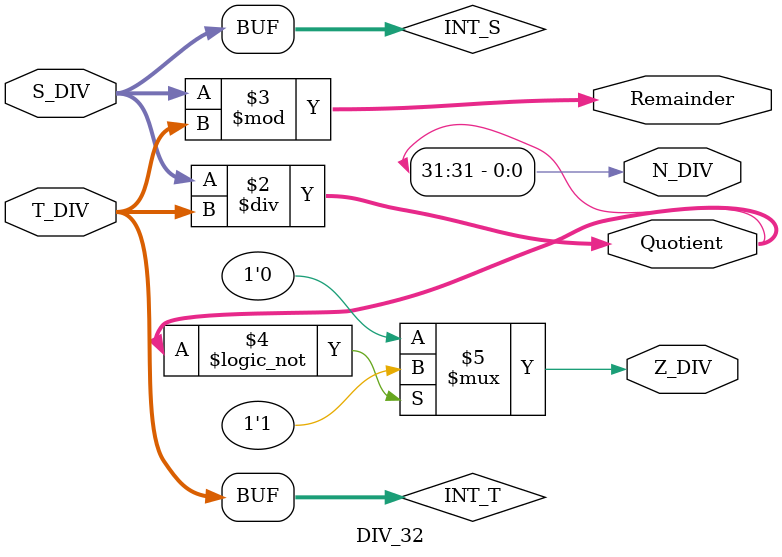
<source format=v>
`timescale 1ns / 1ps
/***************************************************************************
*
* Author: 	TrieuVy Le
* Filename: DIV_32
* Date: 	Feb. 26, 2019
* Version:	1
*
* Notes:    The DIV module yields a 32-bit Quotient (Y_LO) 
*			and 32-bit Remainder (Y_HI)
*			The remainder of the operations are to be implemented in ALU_32,
*			it yields a 32-bit result (Y_LO) where ALU_hi will be set to all 0's
*			N status flags is solely dependent on Y_LO/Quotient[31] 
*			irrespective to Remainder 
*			Z status flags is also dependent on the content of Y_LO/Quotient 
*			if all 32'b0 then, Zero flag is set irrespective to Remainder
***************************************************************************/
module DIV_32(S_DIV, T_DIV, Quotient, Remainder, N_DIV, Z_DIV);
	
	// Initialize inputs and outputs used within the module
	input 	  [31:0] S_DIV, T_DIV;
	
	output reg [31:0] Quotient, Remainder;
	output reg        N_DIV, Z_DIV;
	
	integer     	  INT_S, INT_T;
	
	/***********************************************************************
	* Combinational logic, cast integers to be used for MUL and DIV operations
	* due to the signs of MSB so we account for signed bit
	***********************************************************************/
	always @(*) begin
		INT_S = S_DIV;
		INT_T = T_DIV;
		
		/************************************************************************
		* Quotient = Y_LO, Remainder = Y_HI
		* Update the Negative status flag based on the MSB bit of the bus
		* Update the Zero status flag if variable content is all 0 -> 1'b0 
		************************************************************************/
		Quotient  = INT_S / INT_T;
		Remainder = INT_S % INT_T;
		
		N_DIV = Quotient[31];
		Z_DIV = (Quotient == 32'b0) ? 1'b1 : 1'b0;
	end
endmodule


</source>
